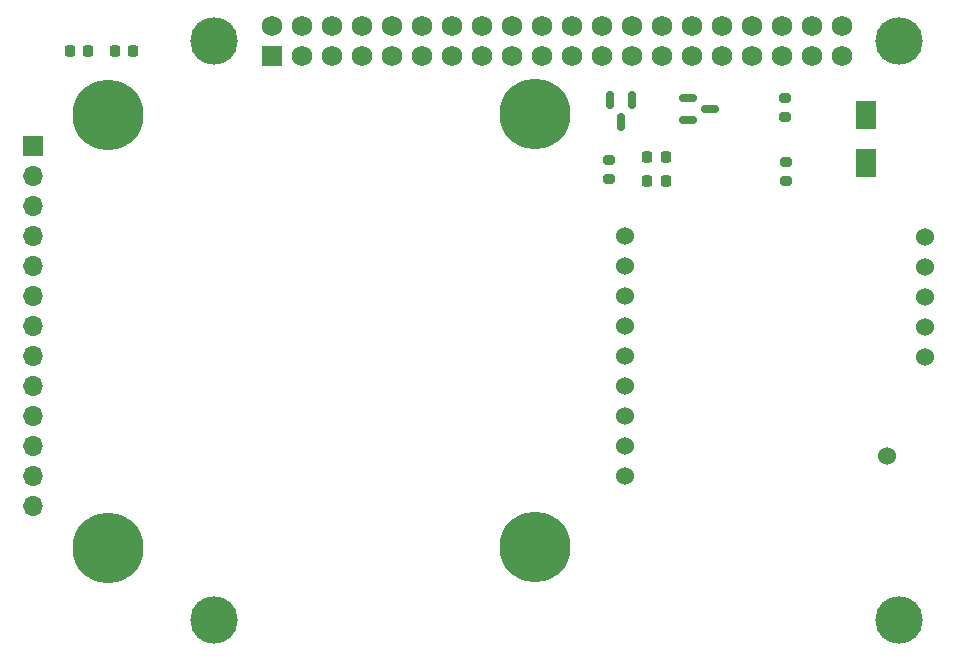
<source format=gbr>
%TF.GenerationSoftware,KiCad,Pcbnew,8.0.5*%
%TF.CreationDate,2024-12-07T17:39:48-08:00*%
%TF.ProjectId,Groundstation_433_Hat,47726f75-6e64-4737-9461-74696f6e5f34,1.2*%
%TF.SameCoordinates,Original*%
%TF.FileFunction,Soldermask,Top*%
%TF.FilePolarity,Negative*%
%FSLAX46Y46*%
G04 Gerber Fmt 4.6, Leading zero omitted, Abs format (unit mm)*
G04 Created by KiCad (PCBNEW 8.0.5) date 2024-12-07 17:39:48*
%MOMM*%
%LPD*%
G01*
G04 APERTURE LIST*
G04 Aperture macros list*
%AMRoundRect*
0 Rectangle with rounded corners*
0 $1 Rounding radius*
0 $2 $3 $4 $5 $6 $7 $8 $9 X,Y pos of 4 corners*
0 Add a 4 corners polygon primitive as box body*
4,1,4,$2,$3,$4,$5,$6,$7,$8,$9,$2,$3,0*
0 Add four circle primitives for the rounded corners*
1,1,$1+$1,$2,$3*
1,1,$1+$1,$4,$5*
1,1,$1+$1,$6,$7*
1,1,$1+$1,$8,$9*
0 Add four rect primitives between the rounded corners*
20,1,$1+$1,$2,$3,$4,$5,0*
20,1,$1+$1,$4,$5,$6,$7,0*
20,1,$1+$1,$6,$7,$8,$9,0*
20,1,$1+$1,$8,$9,$2,$3,0*%
G04 Aperture macros list end*
%ADD10RoundRect,0.225000X-0.225000X-0.250000X0.225000X-0.250000X0.225000X0.250000X-0.225000X0.250000X0*%
%ADD11RoundRect,0.150000X-0.150000X0.587500X-0.150000X-0.587500X0.150000X-0.587500X0.150000X0.587500X0*%
%ADD12RoundRect,0.200000X0.275000X-0.200000X0.275000X0.200000X-0.275000X0.200000X-0.275000X-0.200000X0*%
%ADD13RoundRect,0.102000X-0.762000X-0.762000X0.762000X-0.762000X0.762000X0.762000X-0.762000X0.762000X0*%
%ADD14C,1.728000*%
%ADD15C,4.016400*%
%ADD16RoundRect,0.200000X-0.275000X0.200000X-0.275000X-0.200000X0.275000X-0.200000X0.275000X0.200000X0*%
%ADD17C,6.000000*%
%ADD18RoundRect,0.225000X0.225000X0.250000X-0.225000X0.250000X-0.225000X-0.250000X0.225000X-0.250000X0*%
%ADD19C,1.524000*%
%ADD20RoundRect,0.150000X-0.587500X-0.150000X0.587500X-0.150000X0.587500X0.150000X-0.587500X0.150000X0*%
%ADD21RoundRect,0.190740X0.676260X-1.016260X0.676260X1.016260X-0.676260X1.016260X-0.676260X-1.016260X0*%
%ADD22R,1.700000X1.700000*%
%ADD23O,1.700000X1.700000*%
G04 APERTURE END LIST*
D10*
X170153937Y-75400000D03*
X171703937Y-75400000D03*
D11*
X168865776Y-68538715D03*
X166965776Y-68538715D03*
X167915776Y-70413715D03*
D12*
X181871002Y-75398901D03*
X181871002Y-73748901D03*
D13*
X138370000Y-64770000D03*
D14*
X138370000Y-62230000D03*
X140910000Y-64770000D03*
X140910000Y-62230000D03*
X143450000Y-64770000D03*
X143450000Y-62230000D03*
X145990000Y-64770000D03*
X145990000Y-62230000D03*
X148530000Y-64770000D03*
X148530000Y-62230000D03*
X151070000Y-64770000D03*
X151070000Y-62230000D03*
X153610000Y-64770000D03*
X153610000Y-62230000D03*
X156150000Y-64770000D03*
X156150000Y-62230000D03*
X158690000Y-64770000D03*
X158690000Y-62230000D03*
X161230000Y-64770000D03*
X161230000Y-62230000D03*
X163770000Y-64770000D03*
X163770000Y-62230000D03*
X166310000Y-64770000D03*
X166310000Y-62230000D03*
X168850000Y-64770000D03*
X168850000Y-62230000D03*
X171390000Y-64770000D03*
X171390000Y-62230000D03*
X173930000Y-64770000D03*
X173930000Y-62230000D03*
X176470000Y-64770000D03*
X176470000Y-62230000D03*
X179010000Y-64770000D03*
X179010000Y-62230000D03*
X181550000Y-64770000D03*
X181550000Y-62230000D03*
X184090000Y-64770000D03*
X184090000Y-62230000D03*
X186630000Y-64770000D03*
X186630000Y-62230000D03*
D15*
X133500000Y-63500000D03*
X191500000Y-63500000D03*
X191500000Y-112500000D03*
X133500000Y-112500000D03*
D16*
X166953937Y-73550000D03*
X166953937Y-75200000D03*
D17*
X124518408Y-106445774D03*
X160618408Y-106345774D03*
X124518408Y-69795774D03*
X160618408Y-69695774D03*
D18*
X122794139Y-64400000D03*
X121244139Y-64400000D03*
D10*
X125054139Y-64400000D03*
X126604139Y-64400000D03*
D19*
X168307575Y-80064234D03*
X168307575Y-82604234D03*
X168307575Y-85144234D03*
X168307575Y-87684234D03*
X168307575Y-90224234D03*
X168307575Y-92764234D03*
X168307575Y-95304234D03*
X168307575Y-97844234D03*
X168307575Y-100384234D03*
X193694899Y-80116567D03*
X193694899Y-82656567D03*
X193694899Y-85196567D03*
X193694899Y-87736567D03*
X193694899Y-90276567D03*
X190418299Y-98607767D03*
D10*
X170153937Y-73373620D03*
X171703937Y-73373620D03*
D20*
X173631121Y-68323188D03*
X173631121Y-70223188D03*
X175506121Y-69273188D03*
D16*
X181833934Y-68327479D03*
X181833934Y-69977479D03*
D21*
X188657821Y-69743807D03*
X188657821Y-73843807D03*
D22*
X118130908Y-72440000D03*
D23*
X118130908Y-74980000D03*
X118130908Y-77520000D03*
X118130908Y-80060000D03*
X118130908Y-82600000D03*
X118130908Y-85140000D03*
X118130908Y-87680000D03*
X118130908Y-90220000D03*
X118130908Y-92760000D03*
X118130908Y-95300000D03*
X118130908Y-97840000D03*
X118130908Y-100380000D03*
X118130908Y-102920000D03*
M02*

</source>
